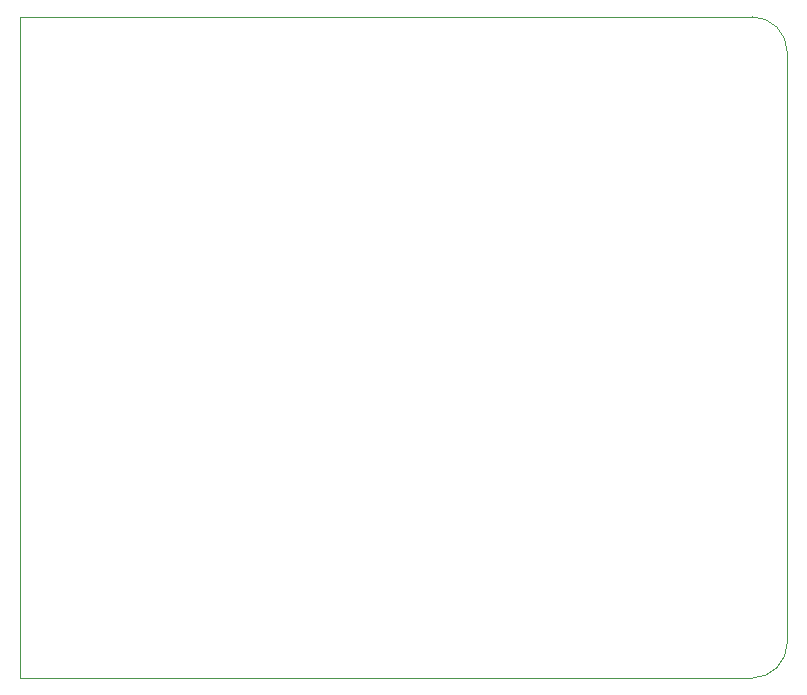
<source format=gbr>
G04 #@! TF.GenerationSoftware,KiCad,Pcbnew,(5.1.5-0-10_14)*
G04 #@! TF.CreationDate,2020-04-05T15:29:42+02:00*
G04 #@! TF.ProjectId,Oasis_ADC,4f617369-735f-4414-9443-2e6b69636164,rev?*
G04 #@! TF.SameCoordinates,Original*
G04 #@! TF.FileFunction,Profile,NP*
%FSLAX46Y46*%
G04 Gerber Fmt 4.6, Leading zero omitted, Abs format (unit mm)*
G04 Created by KiCad (PCBNEW (5.1.5-0-10_14)) date 2020-04-05 15:29:42*
%MOMM*%
%LPD*%
G04 APERTURE LIST*
%ADD10C,0.050000*%
G04 APERTURE END LIST*
D10*
X62000000Y0D02*
X0Y0D01*
X65000000Y-53000000D02*
X65000000Y-3000000D01*
X0Y-56000000D02*
X62000000Y-56000000D01*
X62000000Y0D02*
G75*
G02X65000000Y-3000000I0J-3000000D01*
G01*
X65000000Y-53000000D02*
G75*
G02X62000000Y-56000000I-3000000J0D01*
G01*
X0Y-56000000D02*
X0Y0D01*
M02*

</source>
